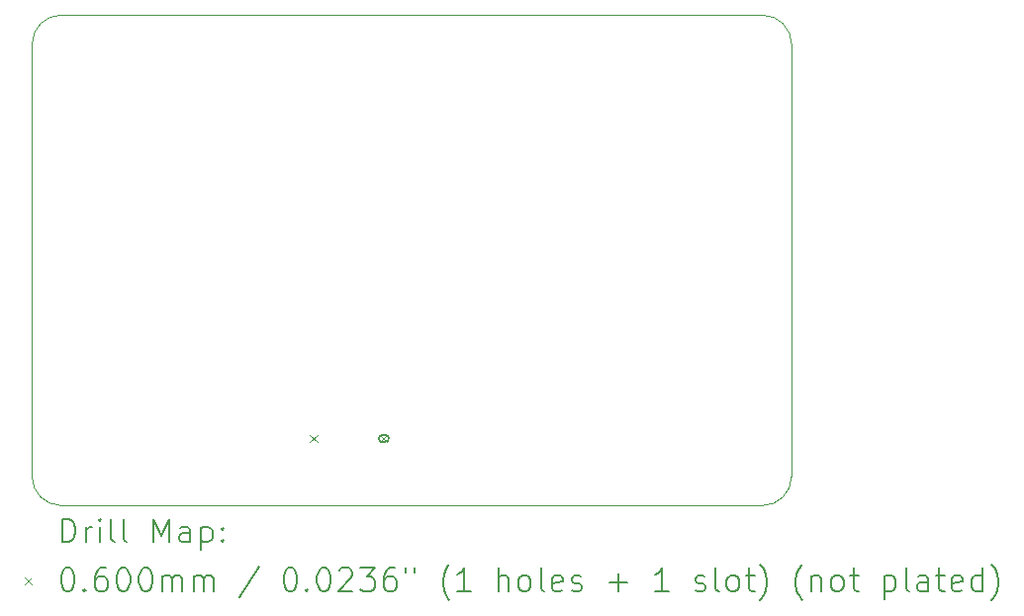
<source format=gbr>
%TF.GenerationSoftware,KiCad,Pcbnew,7.0.6*%
%TF.CreationDate,2024-03-18T22:21:01-04:00*%
%TF.ProjectId,Receiver,52656365-6976-4657-922e-6b696361645f,rev?*%
%TF.SameCoordinates,Original*%
%TF.FileFunction,Drillmap*%
%TF.FilePolarity,Positive*%
%FSLAX45Y45*%
G04 Gerber Fmt 4.5, Leading zero omitted, Abs format (unit mm)*
G04 Created by KiCad (PCBNEW 7.0.6) date 2024-03-18 22:21:01*
%MOMM*%
%LPD*%
G01*
G04 APERTURE LIST*
%ADD10C,0.050000*%
%ADD11C,0.200000*%
%ADD12C,0.060000*%
G04 APERTURE END LIST*
D10*
X11750000Y-11850000D02*
G75*
G03*
X12000000Y-12100000I250000J0D01*
G01*
X18000000Y-12100000D02*
G75*
G03*
X18250000Y-11850000I0J250000D01*
G01*
X12000000Y-7900000D02*
G75*
G03*
X11750000Y-8150000I0J-250000D01*
G01*
X18250000Y-8150000D02*
G75*
G03*
X18000000Y-7900000I-250000J0D01*
G01*
X18000000Y-12100000D02*
X12000000Y-12100000D01*
X11750000Y-11850000D02*
X11750000Y-8150000D01*
X18250000Y-8150000D02*
X18250000Y-11850000D01*
X12000000Y-7900000D02*
X18000000Y-7900000D01*
D11*
D12*
X14130000Y-11495000D02*
X14190000Y-11555000D01*
X14190000Y-11495000D02*
X14130000Y-11555000D01*
X14730000Y-11495000D02*
X14790000Y-11555000D01*
X14790000Y-11495000D02*
X14730000Y-11555000D01*
D11*
X14747500Y-11555000D02*
X14772500Y-11555000D01*
X14772500Y-11555000D02*
G75*
G03*
X14772500Y-11495000I0J30000D01*
G01*
X14772500Y-11495000D02*
X14747500Y-11495000D01*
X14747500Y-11495000D02*
G75*
G03*
X14747500Y-11555000I0J-30000D01*
G01*
X12008277Y-12413984D02*
X12008277Y-12213984D01*
X12008277Y-12213984D02*
X12055896Y-12213984D01*
X12055896Y-12213984D02*
X12084467Y-12223508D01*
X12084467Y-12223508D02*
X12103515Y-12242555D01*
X12103515Y-12242555D02*
X12113039Y-12261603D01*
X12113039Y-12261603D02*
X12122562Y-12299698D01*
X12122562Y-12299698D02*
X12122562Y-12328269D01*
X12122562Y-12328269D02*
X12113039Y-12366365D01*
X12113039Y-12366365D02*
X12103515Y-12385412D01*
X12103515Y-12385412D02*
X12084467Y-12404460D01*
X12084467Y-12404460D02*
X12055896Y-12413984D01*
X12055896Y-12413984D02*
X12008277Y-12413984D01*
X12208277Y-12413984D02*
X12208277Y-12280650D01*
X12208277Y-12318746D02*
X12217801Y-12299698D01*
X12217801Y-12299698D02*
X12227324Y-12290174D01*
X12227324Y-12290174D02*
X12246372Y-12280650D01*
X12246372Y-12280650D02*
X12265420Y-12280650D01*
X12332086Y-12413984D02*
X12332086Y-12280650D01*
X12332086Y-12213984D02*
X12322562Y-12223508D01*
X12322562Y-12223508D02*
X12332086Y-12233031D01*
X12332086Y-12233031D02*
X12341610Y-12223508D01*
X12341610Y-12223508D02*
X12332086Y-12213984D01*
X12332086Y-12213984D02*
X12332086Y-12233031D01*
X12455896Y-12413984D02*
X12436848Y-12404460D01*
X12436848Y-12404460D02*
X12427324Y-12385412D01*
X12427324Y-12385412D02*
X12427324Y-12213984D01*
X12560658Y-12413984D02*
X12541610Y-12404460D01*
X12541610Y-12404460D02*
X12532086Y-12385412D01*
X12532086Y-12385412D02*
X12532086Y-12213984D01*
X12789229Y-12413984D02*
X12789229Y-12213984D01*
X12789229Y-12213984D02*
X12855896Y-12356841D01*
X12855896Y-12356841D02*
X12922562Y-12213984D01*
X12922562Y-12213984D02*
X12922562Y-12413984D01*
X13103515Y-12413984D02*
X13103515Y-12309222D01*
X13103515Y-12309222D02*
X13093991Y-12290174D01*
X13093991Y-12290174D02*
X13074943Y-12280650D01*
X13074943Y-12280650D02*
X13036848Y-12280650D01*
X13036848Y-12280650D02*
X13017801Y-12290174D01*
X13103515Y-12404460D02*
X13084467Y-12413984D01*
X13084467Y-12413984D02*
X13036848Y-12413984D01*
X13036848Y-12413984D02*
X13017801Y-12404460D01*
X13017801Y-12404460D02*
X13008277Y-12385412D01*
X13008277Y-12385412D02*
X13008277Y-12366365D01*
X13008277Y-12366365D02*
X13017801Y-12347317D01*
X13017801Y-12347317D02*
X13036848Y-12337793D01*
X13036848Y-12337793D02*
X13084467Y-12337793D01*
X13084467Y-12337793D02*
X13103515Y-12328269D01*
X13198753Y-12280650D02*
X13198753Y-12480650D01*
X13198753Y-12290174D02*
X13217801Y-12280650D01*
X13217801Y-12280650D02*
X13255896Y-12280650D01*
X13255896Y-12280650D02*
X13274943Y-12290174D01*
X13274943Y-12290174D02*
X13284467Y-12299698D01*
X13284467Y-12299698D02*
X13293991Y-12318746D01*
X13293991Y-12318746D02*
X13293991Y-12375888D01*
X13293991Y-12375888D02*
X13284467Y-12394936D01*
X13284467Y-12394936D02*
X13274943Y-12404460D01*
X13274943Y-12404460D02*
X13255896Y-12413984D01*
X13255896Y-12413984D02*
X13217801Y-12413984D01*
X13217801Y-12413984D02*
X13198753Y-12404460D01*
X13379705Y-12394936D02*
X13389229Y-12404460D01*
X13389229Y-12404460D02*
X13379705Y-12413984D01*
X13379705Y-12413984D02*
X13370182Y-12404460D01*
X13370182Y-12404460D02*
X13379705Y-12394936D01*
X13379705Y-12394936D02*
X13379705Y-12413984D01*
X13379705Y-12290174D02*
X13389229Y-12299698D01*
X13389229Y-12299698D02*
X13379705Y-12309222D01*
X13379705Y-12309222D02*
X13370182Y-12299698D01*
X13370182Y-12299698D02*
X13379705Y-12290174D01*
X13379705Y-12290174D02*
X13379705Y-12309222D01*
D12*
X11687500Y-12712500D02*
X11747500Y-12772500D01*
X11747500Y-12712500D02*
X11687500Y-12772500D01*
D11*
X12046372Y-12633984D02*
X12065420Y-12633984D01*
X12065420Y-12633984D02*
X12084467Y-12643508D01*
X12084467Y-12643508D02*
X12093991Y-12653031D01*
X12093991Y-12653031D02*
X12103515Y-12672079D01*
X12103515Y-12672079D02*
X12113039Y-12710174D01*
X12113039Y-12710174D02*
X12113039Y-12757793D01*
X12113039Y-12757793D02*
X12103515Y-12795888D01*
X12103515Y-12795888D02*
X12093991Y-12814936D01*
X12093991Y-12814936D02*
X12084467Y-12824460D01*
X12084467Y-12824460D02*
X12065420Y-12833984D01*
X12065420Y-12833984D02*
X12046372Y-12833984D01*
X12046372Y-12833984D02*
X12027324Y-12824460D01*
X12027324Y-12824460D02*
X12017801Y-12814936D01*
X12017801Y-12814936D02*
X12008277Y-12795888D01*
X12008277Y-12795888D02*
X11998753Y-12757793D01*
X11998753Y-12757793D02*
X11998753Y-12710174D01*
X11998753Y-12710174D02*
X12008277Y-12672079D01*
X12008277Y-12672079D02*
X12017801Y-12653031D01*
X12017801Y-12653031D02*
X12027324Y-12643508D01*
X12027324Y-12643508D02*
X12046372Y-12633984D01*
X12198753Y-12814936D02*
X12208277Y-12824460D01*
X12208277Y-12824460D02*
X12198753Y-12833984D01*
X12198753Y-12833984D02*
X12189229Y-12824460D01*
X12189229Y-12824460D02*
X12198753Y-12814936D01*
X12198753Y-12814936D02*
X12198753Y-12833984D01*
X12379705Y-12633984D02*
X12341610Y-12633984D01*
X12341610Y-12633984D02*
X12322562Y-12643508D01*
X12322562Y-12643508D02*
X12313039Y-12653031D01*
X12313039Y-12653031D02*
X12293991Y-12681603D01*
X12293991Y-12681603D02*
X12284467Y-12719698D01*
X12284467Y-12719698D02*
X12284467Y-12795888D01*
X12284467Y-12795888D02*
X12293991Y-12814936D01*
X12293991Y-12814936D02*
X12303515Y-12824460D01*
X12303515Y-12824460D02*
X12322562Y-12833984D01*
X12322562Y-12833984D02*
X12360658Y-12833984D01*
X12360658Y-12833984D02*
X12379705Y-12824460D01*
X12379705Y-12824460D02*
X12389229Y-12814936D01*
X12389229Y-12814936D02*
X12398753Y-12795888D01*
X12398753Y-12795888D02*
X12398753Y-12748269D01*
X12398753Y-12748269D02*
X12389229Y-12729222D01*
X12389229Y-12729222D02*
X12379705Y-12719698D01*
X12379705Y-12719698D02*
X12360658Y-12710174D01*
X12360658Y-12710174D02*
X12322562Y-12710174D01*
X12322562Y-12710174D02*
X12303515Y-12719698D01*
X12303515Y-12719698D02*
X12293991Y-12729222D01*
X12293991Y-12729222D02*
X12284467Y-12748269D01*
X12522562Y-12633984D02*
X12541610Y-12633984D01*
X12541610Y-12633984D02*
X12560658Y-12643508D01*
X12560658Y-12643508D02*
X12570182Y-12653031D01*
X12570182Y-12653031D02*
X12579705Y-12672079D01*
X12579705Y-12672079D02*
X12589229Y-12710174D01*
X12589229Y-12710174D02*
X12589229Y-12757793D01*
X12589229Y-12757793D02*
X12579705Y-12795888D01*
X12579705Y-12795888D02*
X12570182Y-12814936D01*
X12570182Y-12814936D02*
X12560658Y-12824460D01*
X12560658Y-12824460D02*
X12541610Y-12833984D01*
X12541610Y-12833984D02*
X12522562Y-12833984D01*
X12522562Y-12833984D02*
X12503515Y-12824460D01*
X12503515Y-12824460D02*
X12493991Y-12814936D01*
X12493991Y-12814936D02*
X12484467Y-12795888D01*
X12484467Y-12795888D02*
X12474943Y-12757793D01*
X12474943Y-12757793D02*
X12474943Y-12710174D01*
X12474943Y-12710174D02*
X12484467Y-12672079D01*
X12484467Y-12672079D02*
X12493991Y-12653031D01*
X12493991Y-12653031D02*
X12503515Y-12643508D01*
X12503515Y-12643508D02*
X12522562Y-12633984D01*
X12713039Y-12633984D02*
X12732086Y-12633984D01*
X12732086Y-12633984D02*
X12751134Y-12643508D01*
X12751134Y-12643508D02*
X12760658Y-12653031D01*
X12760658Y-12653031D02*
X12770182Y-12672079D01*
X12770182Y-12672079D02*
X12779705Y-12710174D01*
X12779705Y-12710174D02*
X12779705Y-12757793D01*
X12779705Y-12757793D02*
X12770182Y-12795888D01*
X12770182Y-12795888D02*
X12760658Y-12814936D01*
X12760658Y-12814936D02*
X12751134Y-12824460D01*
X12751134Y-12824460D02*
X12732086Y-12833984D01*
X12732086Y-12833984D02*
X12713039Y-12833984D01*
X12713039Y-12833984D02*
X12693991Y-12824460D01*
X12693991Y-12824460D02*
X12684467Y-12814936D01*
X12684467Y-12814936D02*
X12674943Y-12795888D01*
X12674943Y-12795888D02*
X12665420Y-12757793D01*
X12665420Y-12757793D02*
X12665420Y-12710174D01*
X12665420Y-12710174D02*
X12674943Y-12672079D01*
X12674943Y-12672079D02*
X12684467Y-12653031D01*
X12684467Y-12653031D02*
X12693991Y-12643508D01*
X12693991Y-12643508D02*
X12713039Y-12633984D01*
X12865420Y-12833984D02*
X12865420Y-12700650D01*
X12865420Y-12719698D02*
X12874943Y-12710174D01*
X12874943Y-12710174D02*
X12893991Y-12700650D01*
X12893991Y-12700650D02*
X12922563Y-12700650D01*
X12922563Y-12700650D02*
X12941610Y-12710174D01*
X12941610Y-12710174D02*
X12951134Y-12729222D01*
X12951134Y-12729222D02*
X12951134Y-12833984D01*
X12951134Y-12729222D02*
X12960658Y-12710174D01*
X12960658Y-12710174D02*
X12979705Y-12700650D01*
X12979705Y-12700650D02*
X13008277Y-12700650D01*
X13008277Y-12700650D02*
X13027324Y-12710174D01*
X13027324Y-12710174D02*
X13036848Y-12729222D01*
X13036848Y-12729222D02*
X13036848Y-12833984D01*
X13132086Y-12833984D02*
X13132086Y-12700650D01*
X13132086Y-12719698D02*
X13141610Y-12710174D01*
X13141610Y-12710174D02*
X13160658Y-12700650D01*
X13160658Y-12700650D02*
X13189229Y-12700650D01*
X13189229Y-12700650D02*
X13208277Y-12710174D01*
X13208277Y-12710174D02*
X13217801Y-12729222D01*
X13217801Y-12729222D02*
X13217801Y-12833984D01*
X13217801Y-12729222D02*
X13227324Y-12710174D01*
X13227324Y-12710174D02*
X13246372Y-12700650D01*
X13246372Y-12700650D02*
X13274943Y-12700650D01*
X13274943Y-12700650D02*
X13293991Y-12710174D01*
X13293991Y-12710174D02*
X13303515Y-12729222D01*
X13303515Y-12729222D02*
X13303515Y-12833984D01*
X13693991Y-12624460D02*
X13522563Y-12881603D01*
X13951134Y-12633984D02*
X13970182Y-12633984D01*
X13970182Y-12633984D02*
X13989229Y-12643508D01*
X13989229Y-12643508D02*
X13998753Y-12653031D01*
X13998753Y-12653031D02*
X14008277Y-12672079D01*
X14008277Y-12672079D02*
X14017801Y-12710174D01*
X14017801Y-12710174D02*
X14017801Y-12757793D01*
X14017801Y-12757793D02*
X14008277Y-12795888D01*
X14008277Y-12795888D02*
X13998753Y-12814936D01*
X13998753Y-12814936D02*
X13989229Y-12824460D01*
X13989229Y-12824460D02*
X13970182Y-12833984D01*
X13970182Y-12833984D02*
X13951134Y-12833984D01*
X13951134Y-12833984D02*
X13932086Y-12824460D01*
X13932086Y-12824460D02*
X13922563Y-12814936D01*
X13922563Y-12814936D02*
X13913039Y-12795888D01*
X13913039Y-12795888D02*
X13903515Y-12757793D01*
X13903515Y-12757793D02*
X13903515Y-12710174D01*
X13903515Y-12710174D02*
X13913039Y-12672079D01*
X13913039Y-12672079D02*
X13922563Y-12653031D01*
X13922563Y-12653031D02*
X13932086Y-12643508D01*
X13932086Y-12643508D02*
X13951134Y-12633984D01*
X14103515Y-12814936D02*
X14113039Y-12824460D01*
X14113039Y-12824460D02*
X14103515Y-12833984D01*
X14103515Y-12833984D02*
X14093991Y-12824460D01*
X14093991Y-12824460D02*
X14103515Y-12814936D01*
X14103515Y-12814936D02*
X14103515Y-12833984D01*
X14236848Y-12633984D02*
X14255896Y-12633984D01*
X14255896Y-12633984D02*
X14274944Y-12643508D01*
X14274944Y-12643508D02*
X14284467Y-12653031D01*
X14284467Y-12653031D02*
X14293991Y-12672079D01*
X14293991Y-12672079D02*
X14303515Y-12710174D01*
X14303515Y-12710174D02*
X14303515Y-12757793D01*
X14303515Y-12757793D02*
X14293991Y-12795888D01*
X14293991Y-12795888D02*
X14284467Y-12814936D01*
X14284467Y-12814936D02*
X14274944Y-12824460D01*
X14274944Y-12824460D02*
X14255896Y-12833984D01*
X14255896Y-12833984D02*
X14236848Y-12833984D01*
X14236848Y-12833984D02*
X14217801Y-12824460D01*
X14217801Y-12824460D02*
X14208277Y-12814936D01*
X14208277Y-12814936D02*
X14198753Y-12795888D01*
X14198753Y-12795888D02*
X14189229Y-12757793D01*
X14189229Y-12757793D02*
X14189229Y-12710174D01*
X14189229Y-12710174D02*
X14198753Y-12672079D01*
X14198753Y-12672079D02*
X14208277Y-12653031D01*
X14208277Y-12653031D02*
X14217801Y-12643508D01*
X14217801Y-12643508D02*
X14236848Y-12633984D01*
X14379706Y-12653031D02*
X14389229Y-12643508D01*
X14389229Y-12643508D02*
X14408277Y-12633984D01*
X14408277Y-12633984D02*
X14455896Y-12633984D01*
X14455896Y-12633984D02*
X14474944Y-12643508D01*
X14474944Y-12643508D02*
X14484467Y-12653031D01*
X14484467Y-12653031D02*
X14493991Y-12672079D01*
X14493991Y-12672079D02*
X14493991Y-12691127D01*
X14493991Y-12691127D02*
X14484467Y-12719698D01*
X14484467Y-12719698D02*
X14370182Y-12833984D01*
X14370182Y-12833984D02*
X14493991Y-12833984D01*
X14560658Y-12633984D02*
X14684467Y-12633984D01*
X14684467Y-12633984D02*
X14617801Y-12710174D01*
X14617801Y-12710174D02*
X14646372Y-12710174D01*
X14646372Y-12710174D02*
X14665420Y-12719698D01*
X14665420Y-12719698D02*
X14674944Y-12729222D01*
X14674944Y-12729222D02*
X14684467Y-12748269D01*
X14684467Y-12748269D02*
X14684467Y-12795888D01*
X14684467Y-12795888D02*
X14674944Y-12814936D01*
X14674944Y-12814936D02*
X14665420Y-12824460D01*
X14665420Y-12824460D02*
X14646372Y-12833984D01*
X14646372Y-12833984D02*
X14589229Y-12833984D01*
X14589229Y-12833984D02*
X14570182Y-12824460D01*
X14570182Y-12824460D02*
X14560658Y-12814936D01*
X14855896Y-12633984D02*
X14817801Y-12633984D01*
X14817801Y-12633984D02*
X14798753Y-12643508D01*
X14798753Y-12643508D02*
X14789229Y-12653031D01*
X14789229Y-12653031D02*
X14770182Y-12681603D01*
X14770182Y-12681603D02*
X14760658Y-12719698D01*
X14760658Y-12719698D02*
X14760658Y-12795888D01*
X14760658Y-12795888D02*
X14770182Y-12814936D01*
X14770182Y-12814936D02*
X14779706Y-12824460D01*
X14779706Y-12824460D02*
X14798753Y-12833984D01*
X14798753Y-12833984D02*
X14836848Y-12833984D01*
X14836848Y-12833984D02*
X14855896Y-12824460D01*
X14855896Y-12824460D02*
X14865420Y-12814936D01*
X14865420Y-12814936D02*
X14874944Y-12795888D01*
X14874944Y-12795888D02*
X14874944Y-12748269D01*
X14874944Y-12748269D02*
X14865420Y-12729222D01*
X14865420Y-12729222D02*
X14855896Y-12719698D01*
X14855896Y-12719698D02*
X14836848Y-12710174D01*
X14836848Y-12710174D02*
X14798753Y-12710174D01*
X14798753Y-12710174D02*
X14779706Y-12719698D01*
X14779706Y-12719698D02*
X14770182Y-12729222D01*
X14770182Y-12729222D02*
X14760658Y-12748269D01*
X14951134Y-12633984D02*
X14951134Y-12672079D01*
X15027325Y-12633984D02*
X15027325Y-12672079D01*
X15322563Y-12910174D02*
X15313039Y-12900650D01*
X15313039Y-12900650D02*
X15293991Y-12872079D01*
X15293991Y-12872079D02*
X15284468Y-12853031D01*
X15284468Y-12853031D02*
X15274944Y-12824460D01*
X15274944Y-12824460D02*
X15265420Y-12776841D01*
X15265420Y-12776841D02*
X15265420Y-12738746D01*
X15265420Y-12738746D02*
X15274944Y-12691127D01*
X15274944Y-12691127D02*
X15284468Y-12662555D01*
X15284468Y-12662555D02*
X15293991Y-12643508D01*
X15293991Y-12643508D02*
X15313039Y-12614936D01*
X15313039Y-12614936D02*
X15322563Y-12605412D01*
X15503515Y-12833984D02*
X15389229Y-12833984D01*
X15446372Y-12833984D02*
X15446372Y-12633984D01*
X15446372Y-12633984D02*
X15427325Y-12662555D01*
X15427325Y-12662555D02*
X15408277Y-12681603D01*
X15408277Y-12681603D02*
X15389229Y-12691127D01*
X15741610Y-12833984D02*
X15741610Y-12633984D01*
X15827325Y-12833984D02*
X15827325Y-12729222D01*
X15827325Y-12729222D02*
X15817801Y-12710174D01*
X15817801Y-12710174D02*
X15798753Y-12700650D01*
X15798753Y-12700650D02*
X15770182Y-12700650D01*
X15770182Y-12700650D02*
X15751134Y-12710174D01*
X15751134Y-12710174D02*
X15741610Y-12719698D01*
X15951134Y-12833984D02*
X15932087Y-12824460D01*
X15932087Y-12824460D02*
X15922563Y-12814936D01*
X15922563Y-12814936D02*
X15913039Y-12795888D01*
X15913039Y-12795888D02*
X15913039Y-12738746D01*
X15913039Y-12738746D02*
X15922563Y-12719698D01*
X15922563Y-12719698D02*
X15932087Y-12710174D01*
X15932087Y-12710174D02*
X15951134Y-12700650D01*
X15951134Y-12700650D02*
X15979706Y-12700650D01*
X15979706Y-12700650D02*
X15998753Y-12710174D01*
X15998753Y-12710174D02*
X16008277Y-12719698D01*
X16008277Y-12719698D02*
X16017801Y-12738746D01*
X16017801Y-12738746D02*
X16017801Y-12795888D01*
X16017801Y-12795888D02*
X16008277Y-12814936D01*
X16008277Y-12814936D02*
X15998753Y-12824460D01*
X15998753Y-12824460D02*
X15979706Y-12833984D01*
X15979706Y-12833984D02*
X15951134Y-12833984D01*
X16132087Y-12833984D02*
X16113039Y-12824460D01*
X16113039Y-12824460D02*
X16103515Y-12805412D01*
X16103515Y-12805412D02*
X16103515Y-12633984D01*
X16284468Y-12824460D02*
X16265420Y-12833984D01*
X16265420Y-12833984D02*
X16227325Y-12833984D01*
X16227325Y-12833984D02*
X16208277Y-12824460D01*
X16208277Y-12824460D02*
X16198753Y-12805412D01*
X16198753Y-12805412D02*
X16198753Y-12729222D01*
X16198753Y-12729222D02*
X16208277Y-12710174D01*
X16208277Y-12710174D02*
X16227325Y-12700650D01*
X16227325Y-12700650D02*
X16265420Y-12700650D01*
X16265420Y-12700650D02*
X16284468Y-12710174D01*
X16284468Y-12710174D02*
X16293991Y-12729222D01*
X16293991Y-12729222D02*
X16293991Y-12748269D01*
X16293991Y-12748269D02*
X16198753Y-12767317D01*
X16370182Y-12824460D02*
X16389230Y-12833984D01*
X16389230Y-12833984D02*
X16427325Y-12833984D01*
X16427325Y-12833984D02*
X16446372Y-12824460D01*
X16446372Y-12824460D02*
X16455896Y-12805412D01*
X16455896Y-12805412D02*
X16455896Y-12795888D01*
X16455896Y-12795888D02*
X16446372Y-12776841D01*
X16446372Y-12776841D02*
X16427325Y-12767317D01*
X16427325Y-12767317D02*
X16398753Y-12767317D01*
X16398753Y-12767317D02*
X16379706Y-12757793D01*
X16379706Y-12757793D02*
X16370182Y-12738746D01*
X16370182Y-12738746D02*
X16370182Y-12729222D01*
X16370182Y-12729222D02*
X16379706Y-12710174D01*
X16379706Y-12710174D02*
X16398753Y-12700650D01*
X16398753Y-12700650D02*
X16427325Y-12700650D01*
X16427325Y-12700650D02*
X16446372Y-12710174D01*
X16693992Y-12757793D02*
X16846373Y-12757793D01*
X16770182Y-12833984D02*
X16770182Y-12681603D01*
X17198754Y-12833984D02*
X17084468Y-12833984D01*
X17141611Y-12833984D02*
X17141611Y-12633984D01*
X17141611Y-12633984D02*
X17122563Y-12662555D01*
X17122563Y-12662555D02*
X17103515Y-12681603D01*
X17103515Y-12681603D02*
X17084468Y-12691127D01*
X17427325Y-12824460D02*
X17446373Y-12833984D01*
X17446373Y-12833984D02*
X17484468Y-12833984D01*
X17484468Y-12833984D02*
X17503516Y-12824460D01*
X17503516Y-12824460D02*
X17513039Y-12805412D01*
X17513039Y-12805412D02*
X17513039Y-12795888D01*
X17513039Y-12795888D02*
X17503516Y-12776841D01*
X17503516Y-12776841D02*
X17484468Y-12767317D01*
X17484468Y-12767317D02*
X17455896Y-12767317D01*
X17455896Y-12767317D02*
X17436849Y-12757793D01*
X17436849Y-12757793D02*
X17427325Y-12738746D01*
X17427325Y-12738746D02*
X17427325Y-12729222D01*
X17427325Y-12729222D02*
X17436849Y-12710174D01*
X17436849Y-12710174D02*
X17455896Y-12700650D01*
X17455896Y-12700650D02*
X17484468Y-12700650D01*
X17484468Y-12700650D02*
X17503516Y-12710174D01*
X17627325Y-12833984D02*
X17608277Y-12824460D01*
X17608277Y-12824460D02*
X17598754Y-12805412D01*
X17598754Y-12805412D02*
X17598754Y-12633984D01*
X17732087Y-12833984D02*
X17713039Y-12824460D01*
X17713039Y-12824460D02*
X17703516Y-12814936D01*
X17703516Y-12814936D02*
X17693992Y-12795888D01*
X17693992Y-12795888D02*
X17693992Y-12738746D01*
X17693992Y-12738746D02*
X17703516Y-12719698D01*
X17703516Y-12719698D02*
X17713039Y-12710174D01*
X17713039Y-12710174D02*
X17732087Y-12700650D01*
X17732087Y-12700650D02*
X17760658Y-12700650D01*
X17760658Y-12700650D02*
X17779706Y-12710174D01*
X17779706Y-12710174D02*
X17789230Y-12719698D01*
X17789230Y-12719698D02*
X17798754Y-12738746D01*
X17798754Y-12738746D02*
X17798754Y-12795888D01*
X17798754Y-12795888D02*
X17789230Y-12814936D01*
X17789230Y-12814936D02*
X17779706Y-12824460D01*
X17779706Y-12824460D02*
X17760658Y-12833984D01*
X17760658Y-12833984D02*
X17732087Y-12833984D01*
X17855897Y-12700650D02*
X17932087Y-12700650D01*
X17884468Y-12633984D02*
X17884468Y-12805412D01*
X17884468Y-12805412D02*
X17893992Y-12824460D01*
X17893992Y-12824460D02*
X17913039Y-12833984D01*
X17913039Y-12833984D02*
X17932087Y-12833984D01*
X17979706Y-12910174D02*
X17989230Y-12900650D01*
X17989230Y-12900650D02*
X18008277Y-12872079D01*
X18008277Y-12872079D02*
X18017801Y-12853031D01*
X18017801Y-12853031D02*
X18027325Y-12824460D01*
X18027325Y-12824460D02*
X18036849Y-12776841D01*
X18036849Y-12776841D02*
X18036849Y-12738746D01*
X18036849Y-12738746D02*
X18027325Y-12691127D01*
X18027325Y-12691127D02*
X18017801Y-12662555D01*
X18017801Y-12662555D02*
X18008277Y-12643508D01*
X18008277Y-12643508D02*
X17989230Y-12614936D01*
X17989230Y-12614936D02*
X17979706Y-12605412D01*
X18341611Y-12910174D02*
X18332087Y-12900650D01*
X18332087Y-12900650D02*
X18313039Y-12872079D01*
X18313039Y-12872079D02*
X18303516Y-12853031D01*
X18303516Y-12853031D02*
X18293992Y-12824460D01*
X18293992Y-12824460D02*
X18284468Y-12776841D01*
X18284468Y-12776841D02*
X18284468Y-12738746D01*
X18284468Y-12738746D02*
X18293992Y-12691127D01*
X18293992Y-12691127D02*
X18303516Y-12662555D01*
X18303516Y-12662555D02*
X18313039Y-12643508D01*
X18313039Y-12643508D02*
X18332087Y-12614936D01*
X18332087Y-12614936D02*
X18341611Y-12605412D01*
X18417801Y-12700650D02*
X18417801Y-12833984D01*
X18417801Y-12719698D02*
X18427325Y-12710174D01*
X18427325Y-12710174D02*
X18446373Y-12700650D01*
X18446373Y-12700650D02*
X18474944Y-12700650D01*
X18474944Y-12700650D02*
X18493992Y-12710174D01*
X18493992Y-12710174D02*
X18503516Y-12729222D01*
X18503516Y-12729222D02*
X18503516Y-12833984D01*
X18627325Y-12833984D02*
X18608277Y-12824460D01*
X18608277Y-12824460D02*
X18598754Y-12814936D01*
X18598754Y-12814936D02*
X18589230Y-12795888D01*
X18589230Y-12795888D02*
X18589230Y-12738746D01*
X18589230Y-12738746D02*
X18598754Y-12719698D01*
X18598754Y-12719698D02*
X18608277Y-12710174D01*
X18608277Y-12710174D02*
X18627325Y-12700650D01*
X18627325Y-12700650D02*
X18655897Y-12700650D01*
X18655897Y-12700650D02*
X18674944Y-12710174D01*
X18674944Y-12710174D02*
X18684468Y-12719698D01*
X18684468Y-12719698D02*
X18693992Y-12738746D01*
X18693992Y-12738746D02*
X18693992Y-12795888D01*
X18693992Y-12795888D02*
X18684468Y-12814936D01*
X18684468Y-12814936D02*
X18674944Y-12824460D01*
X18674944Y-12824460D02*
X18655897Y-12833984D01*
X18655897Y-12833984D02*
X18627325Y-12833984D01*
X18751135Y-12700650D02*
X18827325Y-12700650D01*
X18779706Y-12633984D02*
X18779706Y-12805412D01*
X18779706Y-12805412D02*
X18789230Y-12824460D01*
X18789230Y-12824460D02*
X18808277Y-12833984D01*
X18808277Y-12833984D02*
X18827325Y-12833984D01*
X19046373Y-12700650D02*
X19046373Y-12900650D01*
X19046373Y-12710174D02*
X19065420Y-12700650D01*
X19065420Y-12700650D02*
X19103516Y-12700650D01*
X19103516Y-12700650D02*
X19122563Y-12710174D01*
X19122563Y-12710174D02*
X19132087Y-12719698D01*
X19132087Y-12719698D02*
X19141611Y-12738746D01*
X19141611Y-12738746D02*
X19141611Y-12795888D01*
X19141611Y-12795888D02*
X19132087Y-12814936D01*
X19132087Y-12814936D02*
X19122563Y-12824460D01*
X19122563Y-12824460D02*
X19103516Y-12833984D01*
X19103516Y-12833984D02*
X19065420Y-12833984D01*
X19065420Y-12833984D02*
X19046373Y-12824460D01*
X19255897Y-12833984D02*
X19236849Y-12824460D01*
X19236849Y-12824460D02*
X19227325Y-12805412D01*
X19227325Y-12805412D02*
X19227325Y-12633984D01*
X19417801Y-12833984D02*
X19417801Y-12729222D01*
X19417801Y-12729222D02*
X19408278Y-12710174D01*
X19408278Y-12710174D02*
X19389230Y-12700650D01*
X19389230Y-12700650D02*
X19351135Y-12700650D01*
X19351135Y-12700650D02*
X19332087Y-12710174D01*
X19417801Y-12824460D02*
X19398754Y-12833984D01*
X19398754Y-12833984D02*
X19351135Y-12833984D01*
X19351135Y-12833984D02*
X19332087Y-12824460D01*
X19332087Y-12824460D02*
X19322563Y-12805412D01*
X19322563Y-12805412D02*
X19322563Y-12786365D01*
X19322563Y-12786365D02*
X19332087Y-12767317D01*
X19332087Y-12767317D02*
X19351135Y-12757793D01*
X19351135Y-12757793D02*
X19398754Y-12757793D01*
X19398754Y-12757793D02*
X19417801Y-12748269D01*
X19484468Y-12700650D02*
X19560658Y-12700650D01*
X19513039Y-12633984D02*
X19513039Y-12805412D01*
X19513039Y-12805412D02*
X19522563Y-12824460D01*
X19522563Y-12824460D02*
X19541611Y-12833984D01*
X19541611Y-12833984D02*
X19560658Y-12833984D01*
X19703516Y-12824460D02*
X19684468Y-12833984D01*
X19684468Y-12833984D02*
X19646373Y-12833984D01*
X19646373Y-12833984D02*
X19627325Y-12824460D01*
X19627325Y-12824460D02*
X19617801Y-12805412D01*
X19617801Y-12805412D02*
X19617801Y-12729222D01*
X19617801Y-12729222D02*
X19627325Y-12710174D01*
X19627325Y-12710174D02*
X19646373Y-12700650D01*
X19646373Y-12700650D02*
X19684468Y-12700650D01*
X19684468Y-12700650D02*
X19703516Y-12710174D01*
X19703516Y-12710174D02*
X19713039Y-12729222D01*
X19713039Y-12729222D02*
X19713039Y-12748269D01*
X19713039Y-12748269D02*
X19617801Y-12767317D01*
X19884468Y-12833984D02*
X19884468Y-12633984D01*
X19884468Y-12824460D02*
X19865420Y-12833984D01*
X19865420Y-12833984D02*
X19827325Y-12833984D01*
X19827325Y-12833984D02*
X19808278Y-12824460D01*
X19808278Y-12824460D02*
X19798754Y-12814936D01*
X19798754Y-12814936D02*
X19789230Y-12795888D01*
X19789230Y-12795888D02*
X19789230Y-12738746D01*
X19789230Y-12738746D02*
X19798754Y-12719698D01*
X19798754Y-12719698D02*
X19808278Y-12710174D01*
X19808278Y-12710174D02*
X19827325Y-12700650D01*
X19827325Y-12700650D02*
X19865420Y-12700650D01*
X19865420Y-12700650D02*
X19884468Y-12710174D01*
X19960659Y-12910174D02*
X19970182Y-12900650D01*
X19970182Y-12900650D02*
X19989230Y-12872079D01*
X19989230Y-12872079D02*
X19998754Y-12853031D01*
X19998754Y-12853031D02*
X20008278Y-12824460D01*
X20008278Y-12824460D02*
X20017801Y-12776841D01*
X20017801Y-12776841D02*
X20017801Y-12738746D01*
X20017801Y-12738746D02*
X20008278Y-12691127D01*
X20008278Y-12691127D02*
X19998754Y-12662555D01*
X19998754Y-12662555D02*
X19989230Y-12643508D01*
X19989230Y-12643508D02*
X19970182Y-12614936D01*
X19970182Y-12614936D02*
X19960659Y-12605412D01*
M02*

</source>
